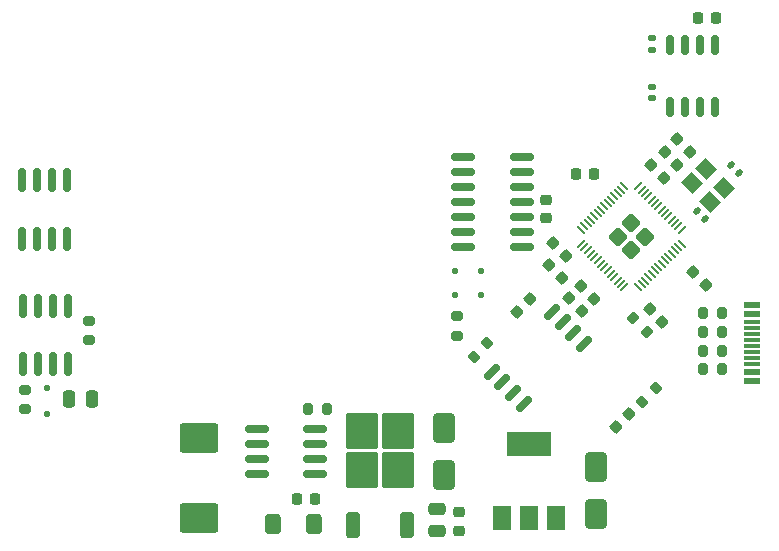
<source format=gbr>
%TF.GenerationSoftware,KiCad,Pcbnew,7.99.0-1.20231130git343828c.fc38*%
%TF.CreationDate,2023-12-04T23:22:27-03:00*%
%TF.ProjectId,Wideband_v3,57696465-6261-46e6-945f-76332e6b6963,rev?*%
%TF.SameCoordinates,Original*%
%TF.FileFunction,Paste,Top*%
%TF.FilePolarity,Positive*%
%FSLAX46Y46*%
G04 Gerber Fmt 4.6, Leading zero omitted, Abs format (unit mm)*
G04 Created by KiCad (PCBNEW 7.99.0-1.20231130git343828c.fc38) date 2023-12-04 23:22:27*
%MOMM*%
%LPD*%
G01*
G04 APERTURE LIST*
G04 Aperture macros list*
%AMRoundRect*
0 Rectangle with rounded corners*
0 $1 Rounding radius*
0 $2 $3 $4 $5 $6 $7 $8 $9 X,Y pos of 4 corners*
0 Add a 4 corners polygon primitive as box body*
4,1,4,$2,$3,$4,$5,$6,$7,$8,$9,$2,$3,0*
0 Add four circle primitives for the rounded corners*
1,1,$1+$1,$2,$3*
1,1,$1+$1,$4,$5*
1,1,$1+$1,$6,$7*
1,1,$1+$1,$8,$9*
0 Add four rect primitives between the rounded corners*
20,1,$1+$1,$2,$3,$4,$5,0*
20,1,$1+$1,$4,$5,$6,$7,0*
20,1,$1+$1,$6,$7,$8,$9,0*
20,1,$1+$1,$8,$9,$2,$3,0*%
%AMRotRect*
0 Rectangle, with rotation*
0 The origin of the aperture is its center*
0 $1 length*
0 $2 width*
0 $3 Rotation angle, in degrees counterclockwise*
0 Add horizontal line*
21,1,$1,$2,0,0,$3*%
G04 Aperture macros list end*
%ADD10RoundRect,0.150000X-0.150000X0.825000X-0.150000X-0.825000X0.150000X-0.825000X0.150000X0.825000X0*%
%ADD11RoundRect,0.250000X-1.400000X-1.000000X1.400000X-1.000000X1.400000X1.000000X-1.400000X1.000000X0*%
%ADD12RoundRect,0.150000X-0.353553X-0.565685X0.565685X0.353553X0.353553X0.565685X-0.565685X-0.353553X0*%
%ADD13R,1.500000X2.000000*%
%ADD14R,3.800000X2.000000*%
%ADD15RoundRect,0.140000X0.170000X-0.140000X0.170000X0.140000X-0.170000X0.140000X-0.170000X-0.140000X0*%
%ADD16RoundRect,0.225000X0.335876X0.017678X0.017678X0.335876X-0.335876X-0.017678X-0.017678X-0.335876X0*%
%ADD17RoundRect,0.225000X-0.335876X-0.017678X-0.017678X-0.335876X0.335876X0.017678X0.017678X0.335876X0*%
%ADD18RoundRect,0.250000X0.400000X0.600000X-0.400000X0.600000X-0.400000X-0.600000X0.400000X-0.600000X0*%
%ADD19RoundRect,0.250000X-0.650000X1.000000X-0.650000X-1.000000X0.650000X-1.000000X0.650000X1.000000X0*%
%ADD20RoundRect,0.200000X-0.200000X-0.275000X0.200000X-0.275000X0.200000X0.275000X-0.200000X0.275000X0*%
%ADD21RotRect,1.400000X1.200000X315.000000*%
%ADD22RoundRect,0.225000X0.017678X-0.335876X0.335876X-0.017678X-0.017678X0.335876X-0.335876X0.017678X0*%
%ADD23RoundRect,0.225000X-0.225000X-0.250000X0.225000X-0.250000X0.225000X0.250000X-0.225000X0.250000X0*%
%ADD24RoundRect,0.125000X0.125000X0.125000X-0.125000X0.125000X-0.125000X-0.125000X0.125000X-0.125000X0*%
%ADD25RoundRect,0.225000X0.250000X-0.225000X0.250000X0.225000X-0.250000X0.225000X-0.250000X-0.225000X0*%
%ADD26RoundRect,0.250000X0.250000X0.475000X-0.250000X0.475000X-0.250000X-0.475000X0.250000X-0.475000X0*%
%ADD27RoundRect,0.200000X0.200000X0.275000X-0.200000X0.275000X-0.200000X-0.275000X0.200000X-0.275000X0*%
%ADD28RoundRect,0.200000X-0.053033X0.335876X-0.335876X0.053033X0.053033X-0.335876X0.335876X-0.053033X0*%
%ADD29RoundRect,0.200000X-0.335876X-0.053033X-0.053033X-0.335876X0.335876X0.053033X0.053033X0.335876X0*%
%ADD30RoundRect,0.140000X-0.219203X-0.021213X-0.021213X-0.219203X0.219203X0.021213X0.021213X0.219203X0*%
%ADD31RoundRect,0.225000X0.225000X0.250000X-0.225000X0.250000X-0.225000X-0.250000X0.225000X-0.250000X0*%
%ADD32RoundRect,0.200000X-0.275000X0.200000X-0.275000X-0.200000X0.275000X-0.200000X0.275000X0.200000X0*%
%ADD33RoundRect,0.150000X-0.825000X-0.150000X0.825000X-0.150000X0.825000X0.150000X-0.825000X0.150000X0*%
%ADD34R,1.450000X0.600000*%
%ADD35R,1.450000X0.300000*%
%ADD36RoundRect,0.140000X0.219203X0.021213X0.021213X0.219203X-0.219203X-0.021213X-0.021213X-0.219203X0*%
%ADD37RoundRect,0.140000X-0.170000X0.140000X-0.170000X-0.140000X0.170000X-0.140000X0.170000X0.140000X0*%
%ADD38RoundRect,0.150000X0.825000X0.150000X-0.825000X0.150000X-0.825000X-0.150000X0.825000X-0.150000X0*%
%ADD39RoundRect,0.150000X0.150000X-0.675000X0.150000X0.675000X-0.150000X0.675000X-0.150000X-0.675000X0*%
%ADD40RoundRect,0.249999X0.558616X0.000000X0.000000X0.558616X-0.558616X0.000000X0.000000X-0.558616X0*%
%ADD41RoundRect,0.050000X0.309359X-0.238649X-0.238649X0.309359X-0.309359X0.238649X0.238649X-0.309359X0*%
%ADD42RoundRect,0.050000X0.309359X0.238649X0.238649X0.309359X-0.309359X-0.238649X-0.238649X-0.309359X0*%
%ADD43RoundRect,0.125000X-0.125000X-0.125000X0.125000X-0.125000X0.125000X0.125000X-0.125000X0.125000X0*%
%ADD44RoundRect,0.125000X0.125000X-0.125000X0.125000X0.125000X-0.125000X0.125000X-0.125000X-0.125000X0*%
%ADD45RoundRect,0.250000X0.350000X-0.850000X0.350000X0.850000X-0.350000X0.850000X-0.350000X-0.850000X0*%
%ADD46RoundRect,0.250000X1.125000X-1.275000X1.125000X1.275000X-1.125000X1.275000X-1.125000X-1.275000X0*%
%ADD47RoundRect,0.250000X0.475000X-0.250000X0.475000X0.250000X-0.475000X0.250000X-0.475000X-0.250000X0*%
G04 APERTURE END LIST*
D10*
%TO.C,U9*%
X91592400Y-81345000D03*
X90322400Y-81345000D03*
X89052400Y-81345000D03*
X87782400Y-81345000D03*
X87782400Y-86295000D03*
X89052400Y-86295000D03*
X90322400Y-86295000D03*
X91592400Y-86295000D03*
%TD*%
D11*
%TO.C,D10*%
X102717600Y-103127600D03*
X102717600Y-109927600D03*
%TD*%
D12*
%TO.C,U2*%
X127552377Y-97566146D03*
X128450403Y-98464172D03*
X129348428Y-99362197D03*
X130246454Y-100260223D03*
X135337623Y-95169054D03*
X134439597Y-94271028D03*
X133541572Y-93373003D03*
X132643546Y-92474977D03*
%TD*%
D13*
%TO.C,U8*%
X128408400Y-109982400D03*
X130708400Y-109982399D03*
D14*
X130708400Y-103682401D03*
D13*
X133008400Y-109982400D03*
%TD*%
D15*
%TO.C,C1*%
X141071600Y-70279200D03*
X141071600Y-69319200D03*
%TD*%
D16*
%TO.C,C18*%
X144362808Y-78957808D03*
X143266792Y-77861792D03*
%TD*%
D17*
%TO.C,C10*%
X141056992Y-80046192D03*
X142153008Y-81142208D03*
%TD*%
D18*
%TO.C,D11*%
X112538351Y-110444273D03*
X109038351Y-110444273D03*
%TD*%
D17*
%TO.C,C19*%
X135124392Y-90277592D03*
X136220408Y-91373608D03*
%TD*%
D19*
%TO.C,D1*%
X136398000Y-105645199D03*
X136398000Y-109645201D03*
%TD*%
D20*
%TO.C,R20*%
X111951000Y-100736400D03*
X113601000Y-100736400D03*
%TD*%
D21*
%TO.C,Y1*%
X144485155Y-81612061D03*
X146040790Y-83167696D03*
X147242871Y-81965615D03*
X145687236Y-80409980D03*
%TD*%
D22*
%TO.C,C24*%
X129703192Y-92496008D03*
X130799208Y-91399992D03*
%TD*%
D23*
%TO.C,C23*%
X134647400Y-80825600D03*
X136197400Y-80825600D03*
%TD*%
D17*
%TO.C,C14*%
X144587592Y-89113992D03*
X145683608Y-90210008D03*
%TD*%
D24*
%TO.C,D5*%
X126626799Y-91084400D03*
X124426801Y-91084400D03*
%TD*%
D25*
%TO.C,C29*%
X124764800Y-111011000D03*
X124764800Y-109461000D03*
%TD*%
D17*
%TO.C,C17*%
X132395592Y-88529792D03*
X133491608Y-89625808D03*
%TD*%
D26*
%TO.C,C7*%
X93659999Y-99898200D03*
X91760001Y-99898200D03*
%TD*%
D27*
%TO.C,R2*%
X147078200Y-92608400D03*
X145428200Y-92608400D03*
%TD*%
D17*
%TO.C,C11*%
X134074392Y-91327592D03*
X135170408Y-92423608D03*
%TD*%
D28*
%TO.C,R6*%
X127176963Y-95123837D03*
X126010237Y-96290563D03*
%TD*%
D29*
%TO.C,R5*%
X139539037Y-93042237D03*
X140705763Y-94208963D03*
%TD*%
D30*
%TO.C,C15*%
X147767989Y-80051589D03*
X148446811Y-80730411D03*
%TD*%
D31*
%TO.C,C28*%
X112585800Y-108356400D03*
X111035800Y-108356400D03*
%TD*%
D32*
%TO.C,R17*%
X93421200Y-93256600D03*
X93421200Y-94906600D03*
%TD*%
D25*
%TO.C,C13*%
X132130800Y-84544200D03*
X132130800Y-82994200D03*
%TD*%
D33*
%TO.C,U7*%
X125134600Y-79375000D03*
X125134600Y-80645000D03*
X125134600Y-81915000D03*
X125134600Y-83185000D03*
X125134600Y-84455000D03*
X125134600Y-85725000D03*
X125134600Y-86995000D03*
X130084600Y-86995000D03*
X130084600Y-85725000D03*
X130084600Y-84455000D03*
X130084600Y-83185000D03*
X130084600Y-81915000D03*
X130084600Y-80645000D03*
X130084600Y-79375000D03*
%TD*%
D34*
%TO.C,J2*%
X149577400Y-98375600D03*
X149577400Y-97575601D03*
D35*
X149577401Y-96375600D03*
X149577400Y-95375600D03*
X149577400Y-94875600D03*
X149577401Y-93875600D03*
D34*
X149577400Y-92675599D03*
X149577400Y-91875600D03*
X149577400Y-91875600D03*
X149577400Y-92675599D03*
D35*
X149577400Y-93375600D03*
X149577400Y-94375600D03*
X149577400Y-95875600D03*
X149577400Y-96875600D03*
D34*
X149577400Y-97575601D03*
X149577400Y-98375600D03*
%TD*%
D36*
%TO.C,C16*%
X145611811Y-84665011D03*
X144932989Y-83986189D03*
%TD*%
D27*
%TO.C,R4*%
X147052800Y-94208600D03*
X145402800Y-94208600D03*
%TD*%
D32*
%TO.C,R18*%
X88036400Y-99073200D03*
X88036400Y-100723200D03*
%TD*%
D37*
%TO.C,C2*%
X141071600Y-73434000D03*
X141071600Y-74394000D03*
%TD*%
D38*
%TO.C,Q6*%
X112609400Y-106248200D03*
X112609400Y-104978200D03*
X112609400Y-103708200D03*
X112609400Y-102438200D03*
X107659400Y-102438200D03*
X107659400Y-103708200D03*
X107659400Y-104978200D03*
X107659400Y-106248200D03*
%TD*%
D27*
%TO.C,R1*%
X147078200Y-97358200D03*
X145428200Y-97358200D03*
%TD*%
D39*
%TO.C,U4*%
X142621000Y-75167400D03*
X143891000Y-75167400D03*
X145161000Y-75167400D03*
X146431000Y-75167400D03*
X146431000Y-69917400D03*
X145161000Y-69917400D03*
X143891000Y-69917400D03*
X142621000Y-69917400D03*
%TD*%
D40*
%TO.C,U1*%
X139369800Y-87262771D03*
X140501171Y-86131400D03*
X138238429Y-86131400D03*
X139369800Y-85000029D03*
D41*
X139962002Y-90400557D03*
X140244845Y-90117714D03*
X140527687Y-89834872D03*
X140810530Y-89552029D03*
X141093373Y-89269186D03*
X141376215Y-88986344D03*
X141659058Y-88703501D03*
X141941901Y-88420658D03*
X142224744Y-88137815D03*
X142507586Y-87854973D03*
X142790429Y-87572130D03*
X143073272Y-87289287D03*
X143356114Y-87006445D03*
X143638957Y-86723602D03*
D42*
X143638957Y-85539198D03*
X143356114Y-85256355D03*
X143073272Y-84973513D03*
X142790429Y-84690670D03*
X142507586Y-84407827D03*
X142224744Y-84124985D03*
X141941901Y-83842142D03*
X141659058Y-83559299D03*
X141376215Y-83276456D03*
X141093373Y-82993614D03*
X140810530Y-82710771D03*
X140527687Y-82427928D03*
X140244845Y-82145086D03*
X139962002Y-81862243D03*
D41*
X138777598Y-81862243D03*
X138494755Y-82145086D03*
X138211913Y-82427928D03*
X137929070Y-82710771D03*
X137646227Y-82993614D03*
X137363385Y-83276456D03*
X137080542Y-83559299D03*
X136797699Y-83842142D03*
X136514856Y-84124985D03*
X136232014Y-84407827D03*
X135949171Y-84690670D03*
X135666328Y-84973513D03*
X135383486Y-85256355D03*
X135100643Y-85539198D03*
D42*
X135100643Y-86723602D03*
X135383486Y-87006445D03*
X135666328Y-87289287D03*
X135949171Y-87572130D03*
X136232014Y-87854973D03*
X136514856Y-88137815D03*
X136797699Y-88420658D03*
X137080542Y-88703501D03*
X137363385Y-88986344D03*
X137646227Y-89269186D03*
X137929070Y-89552029D03*
X138211913Y-89834872D03*
X138494755Y-90117714D03*
X138777598Y-90400557D03*
%TD*%
D32*
%TO.C,R16*%
X124587000Y-92850200D03*
X124587000Y-94500200D03*
%TD*%
D31*
%TO.C,C12*%
X146520200Y-67614800D03*
X144970200Y-67614800D03*
%TD*%
D10*
%TO.C,U10*%
X91668600Y-91962200D03*
X90398600Y-91962200D03*
X89128600Y-91962200D03*
X87858600Y-91962200D03*
X87858600Y-96912200D03*
X89128600Y-96912200D03*
X90398600Y-96912200D03*
X91668600Y-96912200D03*
%TD*%
D43*
%TO.C,D6*%
X124452200Y-89027000D03*
X126652200Y-89027000D03*
%TD*%
D20*
%TO.C,R3*%
X145428200Y-95808800D03*
X147078200Y-95808800D03*
%TD*%
D44*
%TO.C,D7*%
X89890600Y-101125199D03*
X89890600Y-98925201D03*
%TD*%
D19*
%TO.C,D2*%
X123529690Y-102298989D03*
X123529690Y-106298991D03*
%TD*%
D16*
%TO.C,C21*%
X133821808Y-87746208D03*
X132725792Y-86650192D03*
%TD*%
D45*
%TO.C,U11*%
X115779200Y-110524399D03*
D46*
X116534200Y-105899399D03*
X119584200Y-105899399D03*
X116534200Y-102549399D03*
X119584200Y-102549399D03*
D45*
X120339200Y-110524399D03*
%TD*%
D16*
%TO.C,C22*%
X143270608Y-80024608D03*
X142174592Y-78928592D03*
%TD*%
D28*
%TO.C,R19*%
X141468976Y-98932999D03*
X140302250Y-100099725D03*
%TD*%
D16*
%TO.C,C9*%
X142000608Y-93334208D03*
X140904592Y-92238192D03*
%TD*%
D47*
%TO.C,C30*%
X122895400Y-111084399D03*
X122895400Y-109184401D03*
%TD*%
D22*
%TO.C,C20*%
X138102405Y-102223370D03*
X139198421Y-101127354D03*
%TD*%
M02*

</source>
